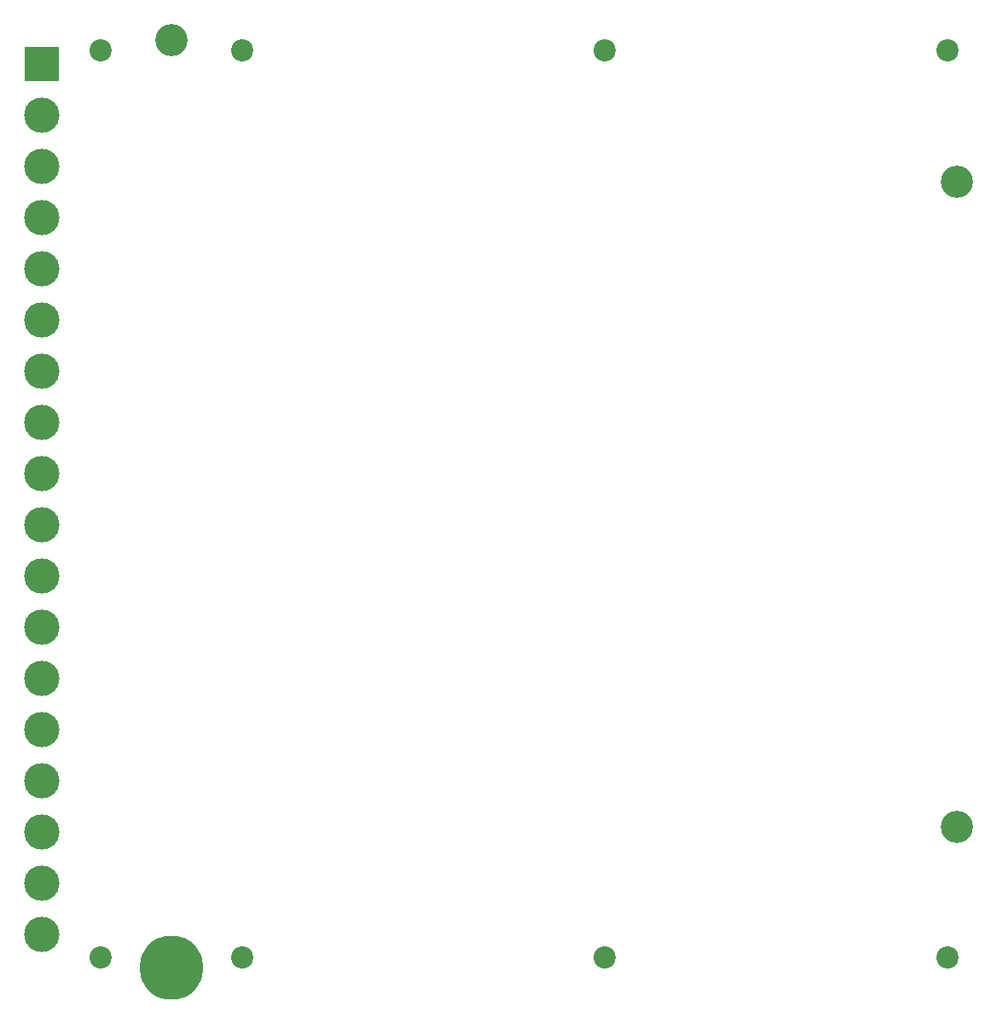
<source format=gbr>
%TF.GenerationSoftware,KiCad,Pcbnew,8.0.3-8.0.3-0~ubuntu22.04.1*%
%TF.CreationDate,2024-10-28T11:08:21+03:00*%
%TF.ProjectId,PM-DI16-DC24sink,504d2d44-4931-4362-9d44-43323473696e,rev?*%
%TF.SameCoordinates,Original*%
%TF.FileFunction,Soldermask,Bot*%
%TF.FilePolarity,Negative*%
%FSLAX46Y46*%
G04 Gerber Fmt 4.6, Leading zero omitted, Abs format (unit mm)*
G04 Created by KiCad (PCBNEW 8.0.3-8.0.3-0~ubuntu22.04.1) date 2024-10-28 11:08:21*
%MOMM*%
%LPD*%
G01*
G04 APERTURE LIST*
%ADD10O,6.350000X6.350000*%
%ADD11R,3.500000X3.500000*%
%ADD12C,3.500000*%
%ADD13C,3.200000*%
%ADD14C,2.200000*%
G04 APERTURE END LIST*
D10*
%TO.C,PE1*%
X-32000000Y-46000000D03*
%TD*%
D11*
%TO.C,J1*%
X-44920000Y43650000D03*
D12*
X-44920000Y38570000D03*
X-44920000Y33490000D03*
X-44920000Y28410000D03*
X-44920000Y23330000D03*
X-44920000Y18250000D03*
X-44920000Y13170000D03*
X-44920000Y8090000D03*
X-44920000Y3010000D03*
X-44920000Y-2070000D03*
X-44920000Y-7150000D03*
X-44920000Y-12230000D03*
X-44920000Y-17310000D03*
X-44920000Y-22390000D03*
X-44920000Y-27470000D03*
X-44920000Y-32550000D03*
X-44920000Y-37630000D03*
X-44920000Y-42710000D03*
%TD*%
D13*
%TO.C,H1*%
X-32000000Y46000000D03*
%TD*%
%TO.C,H3*%
X46000000Y-32000000D03*
%TD*%
D14*
%TO.C,U12*%
X-39000000Y45000000D03*
X-39000000Y-45000000D03*
X-25000000Y45000000D03*
X-25000000Y-45000000D03*
%TD*%
D13*
%TO.C,H2*%
X46000000Y32000000D03*
%TD*%
D14*
%TO.C,U1*%
X11000000Y45000000D03*
X11000000Y-45000000D03*
X45000000Y45000000D03*
X45000000Y-45000000D03*
%TD*%
M02*

</source>
